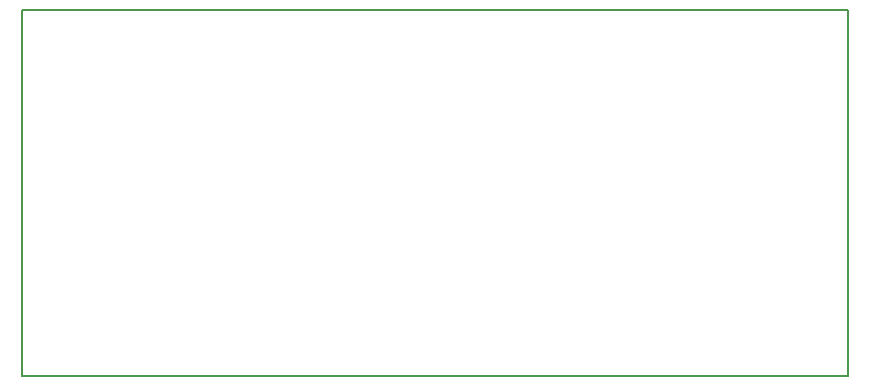
<source format=gbr>
G04 #@! TF.FileFunction,Profile,NP*
%FSLAX46Y46*%
G04 Gerber Fmt 4.6, Leading zero omitted, Abs format (unit mm)*
G04 Created by KiCad (PCBNEW 4.0.7) date 05/06/20 17:17:56*
%MOMM*%
%LPD*%
G01*
G04 APERTURE LIST*
%ADD10C,0.100000*%
%ADD11C,0.150000*%
G04 APERTURE END LIST*
D10*
D11*
X115000000Y-109000000D02*
X115000000Y-78000000D01*
X185000000Y-109000000D02*
X115000000Y-109000000D01*
X185000000Y-78000000D02*
X185000000Y-109000000D01*
X115000000Y-78000000D02*
X185000000Y-78000000D01*
M02*

</source>
